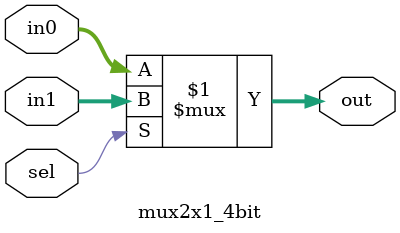
<source format=v>
module mux2x1_4bit (
    input  wire [3:0] in0,
    input  wire [3:0] in1,
    input  wire       sel,
    output wire [3:0] out
);

    assign out = sel ? in1 : in0;

endmodule

</source>
